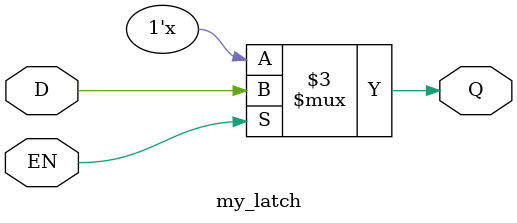
<source format=v>
module  my_latch (
    input wire EN ,
    input wire D ,

    output reg Q
);

always @(EN or D) begin
    if (EN) begin
        Q = D;    
    end
    
end

endmodule
</source>
